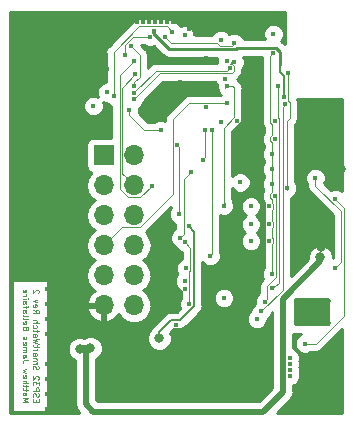
<source format=gbr>
G04 #@! TF.GenerationSoftware,KiCad,Pcbnew,(5.0.1)-3*
G04 #@! TF.CreationDate,2019-12-25T14:02:51-05:00*
G04 #@! TF.ProjectId,SmartWatch,536D61727457617463682E6B69636164,rev?*
G04 #@! TF.SameCoordinates,Original*
G04 #@! TF.FileFunction,Copper,L4,Bot,Signal*
G04 #@! TF.FilePolarity,Positive*
%FSLAX46Y46*%
G04 Gerber Fmt 4.6, Leading zero omitted, Abs format (unit mm)*
G04 Created by KiCad (PCBNEW (5.0.1)-3) date 12/25/2019 2:02:51 PM*
%MOMM*%
%LPD*%
G01*
G04 APERTURE LIST*
G04 #@! TA.AperFunction,NonConductor*
%ADD10C,0.125000*%
G04 #@! TD*
G04 #@! TA.AperFunction,ComponentPad*
%ADD11R,1.700000X1.700000*%
G04 #@! TD*
G04 #@! TA.AperFunction,ComponentPad*
%ADD12O,1.700000X1.700000*%
G04 #@! TD*
G04 #@! TA.AperFunction,ViaPad*
%ADD13C,0.500000*%
G04 #@! TD*
G04 #@! TA.AperFunction,Conductor*
%ADD14C,0.100000*%
G04 #@! TD*
G04 #@! TA.AperFunction,Conductor*
%ADD15C,2.410000*%
G04 #@! TD*
G04 #@! TA.AperFunction,ViaPad*
%ADD16C,0.450000*%
G04 #@! TD*
G04 #@! TA.AperFunction,ViaPad*
%ADD17C,0.800000*%
G04 #@! TD*
G04 #@! TA.AperFunction,Conductor*
%ADD18C,0.250000*%
G04 #@! TD*
G04 #@! TA.AperFunction,Conductor*
%ADD19C,0.200000*%
G04 #@! TD*
G04 #@! TA.AperFunction,Conductor*
%ADD20C,0.120000*%
G04 #@! TD*
G04 #@! TA.AperFunction,Conductor*
%ADD21C,0.150000*%
G04 #@! TD*
G04 #@! TA.AperFunction,Conductor*
%ADD22C,0.500000*%
G04 #@! TD*
G04 #@! TA.AperFunction,Conductor*
%ADD23C,0.254000*%
G04 #@! TD*
G04 APERTURE END LIST*
D10*
X131156214Y-120042190D02*
X131156214Y-119875523D01*
X130894309Y-119804095D02*
X130894309Y-120042190D01*
X131394309Y-120042190D01*
X131394309Y-119804095D01*
X130918119Y-119613619D02*
X130894309Y-119542190D01*
X130894309Y-119423142D01*
X130918119Y-119375523D01*
X130941928Y-119351714D01*
X130989547Y-119327904D01*
X131037166Y-119327904D01*
X131084785Y-119351714D01*
X131108595Y-119375523D01*
X131132404Y-119423142D01*
X131156214Y-119518380D01*
X131180023Y-119566000D01*
X131203833Y-119589809D01*
X131251452Y-119613619D01*
X131299071Y-119613619D01*
X131346690Y-119589809D01*
X131370500Y-119566000D01*
X131394309Y-119518380D01*
X131394309Y-119399333D01*
X131370500Y-119327904D01*
X130894309Y-119113619D02*
X131394309Y-119113619D01*
X131394309Y-118923142D01*
X131370500Y-118875523D01*
X131346690Y-118851714D01*
X131299071Y-118827904D01*
X131227642Y-118827904D01*
X131180023Y-118851714D01*
X131156214Y-118875523D01*
X131132404Y-118923142D01*
X131132404Y-119113619D01*
X131394309Y-118661238D02*
X131394309Y-118351714D01*
X131203833Y-118518380D01*
X131203833Y-118446952D01*
X131180023Y-118399333D01*
X131156214Y-118375523D01*
X131108595Y-118351714D01*
X130989547Y-118351714D01*
X130941928Y-118375523D01*
X130918119Y-118399333D01*
X130894309Y-118446952D01*
X130894309Y-118589809D01*
X130918119Y-118637428D01*
X130941928Y-118661238D01*
X131346690Y-118161238D02*
X131370500Y-118137428D01*
X131394309Y-118089809D01*
X131394309Y-117970761D01*
X131370500Y-117923142D01*
X131346690Y-117899333D01*
X131299071Y-117875523D01*
X131251452Y-117875523D01*
X131180023Y-117899333D01*
X130894309Y-118185047D01*
X130894309Y-117875523D01*
X130918119Y-117304095D02*
X130894309Y-117232666D01*
X130894309Y-117113619D01*
X130918119Y-117066000D01*
X130941928Y-117042190D01*
X130989547Y-117018380D01*
X131037166Y-117018380D01*
X131084785Y-117042190D01*
X131108595Y-117066000D01*
X131132404Y-117113619D01*
X131156214Y-117208857D01*
X131180023Y-117256476D01*
X131203833Y-117280285D01*
X131251452Y-117304095D01*
X131299071Y-117304095D01*
X131346690Y-117280285D01*
X131370500Y-117256476D01*
X131394309Y-117208857D01*
X131394309Y-117089809D01*
X131370500Y-117018380D01*
X130894309Y-116804095D02*
X131227642Y-116804095D01*
X131180023Y-116804095D02*
X131203833Y-116780285D01*
X131227642Y-116732666D01*
X131227642Y-116661238D01*
X131203833Y-116613619D01*
X131156214Y-116589809D01*
X130894309Y-116589809D01*
X131156214Y-116589809D02*
X131203833Y-116566000D01*
X131227642Y-116518380D01*
X131227642Y-116446952D01*
X131203833Y-116399333D01*
X131156214Y-116375523D01*
X130894309Y-116375523D01*
X130894309Y-115923142D02*
X131156214Y-115923142D01*
X131203833Y-115946952D01*
X131227642Y-115994571D01*
X131227642Y-116089809D01*
X131203833Y-116137428D01*
X130918119Y-115923142D02*
X130894309Y-115970761D01*
X130894309Y-116089809D01*
X130918119Y-116137428D01*
X130965738Y-116161238D01*
X131013357Y-116161238D01*
X131060976Y-116137428D01*
X131084785Y-116089809D01*
X131084785Y-115970761D01*
X131108595Y-115923142D01*
X130894309Y-115685047D02*
X131227642Y-115685047D01*
X131132404Y-115685047D02*
X131180023Y-115661238D01*
X131203833Y-115637428D01*
X131227642Y-115589809D01*
X131227642Y-115542190D01*
X131227642Y-115446952D02*
X131227642Y-115256476D01*
X131394309Y-115375523D02*
X130965738Y-115375523D01*
X130918119Y-115351714D01*
X130894309Y-115304095D01*
X130894309Y-115256476D01*
X131394309Y-115137428D02*
X130894309Y-115018380D01*
X131251452Y-114923142D01*
X130894309Y-114827904D01*
X131394309Y-114708857D01*
X130894309Y-114304095D02*
X131156214Y-114304095D01*
X131203833Y-114327904D01*
X131227642Y-114375523D01*
X131227642Y-114470761D01*
X131203833Y-114518380D01*
X130918119Y-114304095D02*
X130894309Y-114351714D01*
X130894309Y-114470761D01*
X130918119Y-114518380D01*
X130965738Y-114542190D01*
X131013357Y-114542190D01*
X131060976Y-114518380D01*
X131084785Y-114470761D01*
X131084785Y-114351714D01*
X131108595Y-114304095D01*
X131227642Y-114137428D02*
X131227642Y-113946952D01*
X131394309Y-114066000D02*
X130965738Y-114066000D01*
X130918119Y-114042190D01*
X130894309Y-113994571D01*
X130894309Y-113946952D01*
X130918119Y-113566000D02*
X130894309Y-113613619D01*
X130894309Y-113708857D01*
X130918119Y-113756476D01*
X130941928Y-113780285D01*
X130989547Y-113804095D01*
X131132404Y-113804095D01*
X131180023Y-113780285D01*
X131203833Y-113756476D01*
X131227642Y-113708857D01*
X131227642Y-113613619D01*
X131203833Y-113566000D01*
X130894309Y-113351714D02*
X131394309Y-113351714D01*
X130894309Y-113137428D02*
X131156214Y-113137428D01*
X131203833Y-113161238D01*
X131227642Y-113208857D01*
X131227642Y-113280285D01*
X131203833Y-113327904D01*
X131180023Y-113351714D01*
X130894309Y-112232666D02*
X131132404Y-112399333D01*
X130894309Y-112518380D02*
X131394309Y-112518380D01*
X131394309Y-112327904D01*
X131370500Y-112280285D01*
X131346690Y-112256476D01*
X131299071Y-112232666D01*
X131227642Y-112232666D01*
X131180023Y-112256476D01*
X131156214Y-112280285D01*
X131132404Y-112327904D01*
X131132404Y-112518380D01*
X130918119Y-111827904D02*
X130894309Y-111875523D01*
X130894309Y-111970761D01*
X130918119Y-112018380D01*
X130965738Y-112042190D01*
X131156214Y-112042190D01*
X131203833Y-112018380D01*
X131227642Y-111970761D01*
X131227642Y-111875523D01*
X131203833Y-111827904D01*
X131156214Y-111804095D01*
X131108595Y-111804095D01*
X131060976Y-112042190D01*
X131227642Y-111637428D02*
X130894309Y-111518380D01*
X131227642Y-111399333D01*
X131346690Y-110851714D02*
X131370500Y-110827904D01*
X131394309Y-110780285D01*
X131394309Y-110661238D01*
X131370500Y-110613619D01*
X131346690Y-110589809D01*
X131299071Y-110566000D01*
X131251452Y-110566000D01*
X131180023Y-110589809D01*
X130894309Y-110875523D01*
X130894309Y-110566000D01*
X130019309Y-120054095D02*
X130519309Y-120054095D01*
X130162166Y-119887428D01*
X130519309Y-119720761D01*
X130019309Y-119720761D01*
X130019309Y-119268380D02*
X130281214Y-119268380D01*
X130328833Y-119292190D01*
X130352642Y-119339809D01*
X130352642Y-119435047D01*
X130328833Y-119482666D01*
X130043119Y-119268380D02*
X130019309Y-119316000D01*
X130019309Y-119435047D01*
X130043119Y-119482666D01*
X130090738Y-119506476D01*
X130138357Y-119506476D01*
X130185976Y-119482666D01*
X130209785Y-119435047D01*
X130209785Y-119316000D01*
X130233595Y-119268380D01*
X130352642Y-119101714D02*
X130352642Y-118911238D01*
X130519309Y-119030285D02*
X130090738Y-119030285D01*
X130043119Y-119006476D01*
X130019309Y-118958857D01*
X130019309Y-118911238D01*
X130352642Y-118816000D02*
X130352642Y-118625523D01*
X130519309Y-118744571D02*
X130090738Y-118744571D01*
X130043119Y-118720761D01*
X130019309Y-118673142D01*
X130019309Y-118625523D01*
X130019309Y-118458857D02*
X130519309Y-118458857D01*
X130019309Y-118244571D02*
X130281214Y-118244571D01*
X130328833Y-118268380D01*
X130352642Y-118316000D01*
X130352642Y-118387428D01*
X130328833Y-118435047D01*
X130305023Y-118458857D01*
X130043119Y-117816000D02*
X130019309Y-117863619D01*
X130019309Y-117958857D01*
X130043119Y-118006476D01*
X130090738Y-118030285D01*
X130281214Y-118030285D01*
X130328833Y-118006476D01*
X130352642Y-117958857D01*
X130352642Y-117863619D01*
X130328833Y-117816000D01*
X130281214Y-117792190D01*
X130233595Y-117792190D01*
X130185976Y-118030285D01*
X130352642Y-117625523D02*
X130019309Y-117530285D01*
X130257404Y-117435047D01*
X130019309Y-117339809D01*
X130352642Y-117244571D01*
X130519309Y-116530285D02*
X130162166Y-116530285D01*
X130090738Y-116554095D01*
X130043119Y-116601714D01*
X130019309Y-116673142D01*
X130019309Y-116720761D01*
X130019309Y-116077904D02*
X130281214Y-116077904D01*
X130328833Y-116101714D01*
X130352642Y-116149333D01*
X130352642Y-116244571D01*
X130328833Y-116292190D01*
X130043119Y-116077904D02*
X130019309Y-116125523D01*
X130019309Y-116244571D01*
X130043119Y-116292190D01*
X130090738Y-116316000D01*
X130138357Y-116316000D01*
X130185976Y-116292190D01*
X130209785Y-116244571D01*
X130209785Y-116125523D01*
X130233595Y-116077904D01*
X130019309Y-115839809D02*
X130352642Y-115839809D01*
X130305023Y-115839809D02*
X130328833Y-115816000D01*
X130352642Y-115768380D01*
X130352642Y-115696952D01*
X130328833Y-115649333D01*
X130281214Y-115625523D01*
X130019309Y-115625523D01*
X130281214Y-115625523D02*
X130328833Y-115601714D01*
X130352642Y-115554095D01*
X130352642Y-115482666D01*
X130328833Y-115435047D01*
X130281214Y-115411238D01*
X130019309Y-115411238D01*
X130043119Y-114982666D02*
X130019309Y-115030285D01*
X130019309Y-115125523D01*
X130043119Y-115173142D01*
X130090738Y-115196952D01*
X130281214Y-115196952D01*
X130328833Y-115173142D01*
X130352642Y-115125523D01*
X130352642Y-115030285D01*
X130328833Y-114982666D01*
X130281214Y-114958857D01*
X130233595Y-114958857D01*
X130185976Y-115196952D01*
X130043119Y-114768380D02*
X130019309Y-114720761D01*
X130019309Y-114625523D01*
X130043119Y-114577904D01*
X130090738Y-114554095D01*
X130114547Y-114554095D01*
X130162166Y-114577904D01*
X130185976Y-114625523D01*
X130185976Y-114696952D01*
X130209785Y-114744571D01*
X130257404Y-114768380D01*
X130281214Y-114768380D01*
X130328833Y-114744571D01*
X130352642Y-114696952D01*
X130352642Y-114625523D01*
X130328833Y-114577904D01*
X130281214Y-113792190D02*
X130257404Y-113720761D01*
X130233595Y-113696952D01*
X130185976Y-113673142D01*
X130114547Y-113673142D01*
X130066928Y-113696952D01*
X130043119Y-113720761D01*
X130019309Y-113768380D01*
X130019309Y-113958857D01*
X130519309Y-113958857D01*
X130519309Y-113792190D01*
X130495500Y-113744571D01*
X130471690Y-113720761D01*
X130424071Y-113696952D01*
X130376452Y-113696952D01*
X130328833Y-113720761D01*
X130305023Y-113744571D01*
X130281214Y-113792190D01*
X130281214Y-113958857D01*
X130043119Y-113268380D02*
X130019309Y-113316000D01*
X130019309Y-113411238D01*
X130043119Y-113458857D01*
X130090738Y-113482666D01*
X130281214Y-113482666D01*
X130328833Y-113458857D01*
X130352642Y-113411238D01*
X130352642Y-113316000D01*
X130328833Y-113268380D01*
X130281214Y-113244571D01*
X130233595Y-113244571D01*
X130185976Y-113482666D01*
X130019309Y-112958857D02*
X130043119Y-113006476D01*
X130090738Y-113030285D01*
X130519309Y-113030285D01*
X130019309Y-112696952D02*
X130043119Y-112744571D01*
X130090738Y-112768380D01*
X130519309Y-112768380D01*
X130019309Y-112292190D02*
X130281214Y-112292190D01*
X130328833Y-112316000D01*
X130352642Y-112363619D01*
X130352642Y-112458857D01*
X130328833Y-112506476D01*
X130043119Y-112292190D02*
X130019309Y-112339809D01*
X130019309Y-112458857D01*
X130043119Y-112506476D01*
X130090738Y-112530285D01*
X130138357Y-112530285D01*
X130185976Y-112506476D01*
X130209785Y-112458857D01*
X130209785Y-112339809D01*
X130233595Y-112292190D01*
X130352642Y-112125523D02*
X130352642Y-111935047D01*
X130019309Y-112054095D02*
X130447880Y-112054095D01*
X130495500Y-112030285D01*
X130519309Y-111982666D01*
X130519309Y-111935047D01*
X130019309Y-111554095D02*
X130281214Y-111554095D01*
X130328833Y-111577904D01*
X130352642Y-111625523D01*
X130352642Y-111720761D01*
X130328833Y-111768380D01*
X130043119Y-111554095D02*
X130019309Y-111601714D01*
X130019309Y-111720761D01*
X130043119Y-111768380D01*
X130090738Y-111792190D01*
X130138357Y-111792190D01*
X130185976Y-111768380D01*
X130209785Y-111720761D01*
X130209785Y-111601714D01*
X130233595Y-111554095D01*
X130019309Y-111316000D02*
X130352642Y-111316000D01*
X130519309Y-111316000D02*
X130495500Y-111339809D01*
X130471690Y-111316000D01*
X130495500Y-111292190D01*
X130519309Y-111316000D01*
X130471690Y-111316000D01*
X130019309Y-111077904D02*
X130352642Y-111077904D01*
X130257404Y-111077904D02*
X130305023Y-111054095D01*
X130328833Y-111030285D01*
X130352642Y-110982666D01*
X130352642Y-110935047D01*
X130043119Y-110577904D02*
X130019309Y-110625523D01*
X130019309Y-110720761D01*
X130043119Y-110768380D01*
X130090738Y-110792190D01*
X130281214Y-110792190D01*
X130328833Y-110768380D01*
X130352642Y-110720761D01*
X130352642Y-110625523D01*
X130328833Y-110577904D01*
X130281214Y-110554095D01*
X130233595Y-110554095D01*
X130185976Y-110792190D01*
D11*
G04 #@! TO.P,U2,1*
G04 #@! TO.N,Net-(R4-Pad1)*
X136908540Y-99181920D03*
D12*
G04 #@! TO.P,U2,2*
G04 #@! TO.N,Net-(U2-Pad2)*
X139448540Y-99181920D03*
G04 #@! TO.P,U2,3*
G04 #@! TO.N,/LCD_CS*
X136908540Y-101721920D03*
G04 #@! TO.P,U2,4*
G04 #@! TO.N,/TOUCH_CS*
X139448540Y-101721920D03*
G04 #@! TO.P,U2,5*
G04 #@! TO.N,/LCD_LED*
X136908540Y-104261920D03*
G04 #@! TO.P,U2,6*
G04 #@! TO.N,/MISO*
X139448540Y-104261920D03*
G04 #@! TO.P,U2,7*
G04 #@! TO.N,/LCD_RST*
X136908540Y-106801920D03*
G04 #@! TO.P,U2,8*
G04 #@! TO.N,/LCD_A0*
X139448540Y-106801920D03*
G04 #@! TO.P,U2,9*
G04 #@! TO.N,/LCD_SCK*
X136908540Y-109341920D03*
G04 #@! TO.P,U2,10*
G04 #@! TO.N,/MOSI*
X139448540Y-109341920D03*
G04 #@! TO.P,U2,11*
G04 #@! TO.N,GND*
X136908540Y-111881920D03*
G04 #@! TO.P,U2,12*
G04 #@! TO.N,+3V3*
X139448540Y-111881920D03*
G04 #@! TD*
D13*
G04 #@! TO.N,GND*
G04 #@! TO.C,U1*
X153243760Y-113416040D03*
X153243760Y-111506040D03*
X154543760Y-113416040D03*
X154543760Y-111506040D03*
X155843760Y-113416040D03*
X155843760Y-111506040D03*
D14*
G36*
X155868266Y-111257244D02*
X155892534Y-111260844D01*
X155916333Y-111266805D01*
X155939432Y-111275070D01*
X155961610Y-111285559D01*
X155982653Y-111298172D01*
X156002359Y-111312787D01*
X156020537Y-111329263D01*
X156037013Y-111347441D01*
X156051628Y-111367147D01*
X156064241Y-111388190D01*
X156074730Y-111410368D01*
X156082995Y-111433467D01*
X156088956Y-111457266D01*
X156092556Y-111481534D01*
X156093760Y-111506038D01*
X156093760Y-113416042D01*
X156092556Y-113440546D01*
X156088956Y-113464814D01*
X156082995Y-113488613D01*
X156074730Y-113511712D01*
X156064241Y-113533890D01*
X156051628Y-113554933D01*
X156037013Y-113574639D01*
X156020537Y-113592817D01*
X156002359Y-113609293D01*
X155982653Y-113623908D01*
X155961610Y-113636521D01*
X155939432Y-113647010D01*
X155916333Y-113655275D01*
X155892534Y-113661236D01*
X155868266Y-113664836D01*
X155843762Y-113666040D01*
X153243758Y-113666040D01*
X153219254Y-113664836D01*
X153194986Y-113661236D01*
X153171187Y-113655275D01*
X153148088Y-113647010D01*
X153125910Y-113636521D01*
X153104867Y-113623908D01*
X153085161Y-113609293D01*
X153066983Y-113592817D01*
X153050507Y-113574639D01*
X153035892Y-113554933D01*
X153023279Y-113533890D01*
X153012790Y-113511712D01*
X153004525Y-113488613D01*
X152998564Y-113464814D01*
X152994964Y-113440546D01*
X152993760Y-113416042D01*
X152993760Y-111506038D01*
X152994964Y-111481534D01*
X152998564Y-111457266D01*
X153004525Y-111433467D01*
X153012790Y-111410368D01*
X153023279Y-111388190D01*
X153035892Y-111367147D01*
X153050507Y-111347441D01*
X153066983Y-111329263D01*
X153085161Y-111312787D01*
X153104867Y-111298172D01*
X153125910Y-111285559D01*
X153148088Y-111275070D01*
X153171187Y-111266805D01*
X153194986Y-111260844D01*
X153219254Y-111257244D01*
X153243758Y-111256040D01*
X155843762Y-111256040D01*
X155868266Y-111257244D01*
X155868266Y-111257244D01*
G37*
D15*
X154543760Y-112461040D03*
G04 #@! TD*
D16*
G04 #@! TO.N,*
X149860000Y-113030000D03*
G04 #@! TO.N,GND*
X143383000Y-92964000D03*
X141224000Y-95123000D03*
X145542000Y-95123000D03*
X145542000Y-90932000D03*
X141224000Y-90932000D03*
X155194000Y-104140000D03*
X147066000Y-109982000D03*
X143764000Y-110490000D03*
X143002000Y-113538000D03*
X147574000Y-116149625D03*
X148082000Y-116149625D03*
X148764220Y-116078000D03*
X136677400Y-87909400D03*
X137160000Y-87884000D03*
X137668000Y-87884000D03*
X138176000Y-87884000D03*
X138684000Y-87884000D03*
X139192000Y-87884000D03*
X139192000Y-87884000D03*
X139192000Y-87884000D03*
X139700000Y-87884000D03*
X140208000Y-87884000D03*
X140716000Y-87884000D03*
X141224000Y-87884000D03*
X136677400Y-87122000D03*
X137160000Y-87122000D03*
X137668000Y-87122000D03*
X138176000Y-87122000D03*
X138684000Y-87122000D03*
X139192000Y-87122000D03*
X139700000Y-87122000D03*
X140208000Y-87122000D03*
X140716000Y-87122000D03*
X141224000Y-87122000D03*
X141732000Y-87122000D03*
X142240000Y-87122000D03*
X142748000Y-87122000D03*
X143256000Y-87122000D03*
X143764000Y-87122000D03*
X144272000Y-87376000D03*
X144780000Y-87884000D03*
X145288000Y-88265000D03*
X145796000Y-88773000D03*
X141732000Y-87884000D03*
X142240000Y-87884000D03*
X142748000Y-87884000D03*
X143256000Y-87884000D03*
X143764000Y-88011000D03*
X144145000Y-88519000D03*
X144653000Y-88900000D03*
X136652000Y-89154000D03*
X137182860Y-91892120D03*
X148209000Y-96266000D03*
X148209000Y-97790000D03*
X134874000Y-99568000D03*
X134620000Y-103124000D03*
X151257000Y-87503000D03*
X150876000Y-105029000D03*
X150876000Y-103505000D03*
X150876000Y-106426000D03*
X156591000Y-120396000D03*
X156591000Y-119888000D03*
X156591000Y-119380000D03*
X156591000Y-118745000D03*
X156591000Y-118106520D03*
D17*
X155321654Y-106925994D03*
X156972000Y-100330000D03*
X138049000Y-118872000D03*
D16*
X133985000Y-89027000D03*
X130556000Y-90424000D03*
X149860000Y-99060000D03*
X149860000Y-100330000D03*
X149860000Y-101600000D03*
X129540000Y-90170000D03*
X129540000Y-91440000D03*
X129540000Y-92710000D03*
X129540000Y-93980000D03*
X129540000Y-95250000D03*
X129540000Y-96520000D03*
X130810000Y-92710000D03*
X132080000Y-92710000D03*
X133350000Y-92710000D03*
X134620000Y-92710000D03*
X130810000Y-93980000D03*
X132080000Y-93980000D03*
X133350000Y-93980000D03*
X134620000Y-93980000D03*
X130810000Y-95250000D03*
X132080000Y-95250000D03*
X133350000Y-95250000D03*
X134620000Y-95250000D03*
X134620000Y-96520000D03*
X133350000Y-96520000D03*
X132080000Y-96520000D03*
X130810000Y-96520000D03*
X132080000Y-97790000D03*
X133350000Y-97790000D03*
X134620000Y-97790000D03*
X133350000Y-105410000D03*
X134620000Y-105410000D03*
X134620000Y-106680000D03*
X134620000Y-107950000D03*
X133350000Y-107950000D03*
X133350000Y-106680000D03*
X140970000Y-111760000D03*
X140970000Y-110490000D03*
X140970000Y-109220000D03*
X140970000Y-113030000D03*
X147320000Y-114300000D03*
X148590000Y-114300000D03*
X149860000Y-114300000D03*
X149860000Y-115570000D03*
X139700000Y-119380000D03*
X153581100Y-97231200D03*
X153581100Y-95656400D03*
X129540000Y-105410000D03*
X130810000Y-105410000D03*
X132080000Y-105410000D03*
X132080000Y-106680000D03*
X130810000Y-106680000D03*
X129540000Y-106680000D03*
X129540000Y-107950000D03*
X130810000Y-107950000D03*
X132080000Y-107950000D03*
X132080000Y-109220000D03*
X129540000Y-109220000D03*
X133350000Y-109220000D03*
X134620000Y-109220000D03*
X132080000Y-110490000D03*
X132080000Y-111760000D03*
X132080000Y-113030000D03*
X132080000Y-114300000D03*
X133350000Y-115570000D03*
X133350000Y-118110000D03*
X132080000Y-118110000D03*
X132080000Y-116840000D03*
X132080000Y-120650000D03*
X132080000Y-119380000D03*
X133350000Y-114300000D03*
X148590000Y-113030000D03*
X148590000Y-99060000D03*
X148590000Y-100330000D03*
G04 #@! TO.N,+3V3*
X152654000Y-117856000D03*
X152638760Y-117348000D03*
X152638760Y-116840000D03*
X152638760Y-116332000D03*
X147066000Y-111252000D03*
X143764000Y-89027000D03*
X146812000Y-89408000D03*
X147320000Y-91186000D03*
X147193000Y-92710000D03*
X146812000Y-96393000D03*
X137160000Y-93853000D03*
X136017000Y-94996000D03*
X151384000Y-97790000D03*
X151384000Y-96266000D03*
X151257000Y-88900000D03*
X149352000Y-106426000D03*
X149352000Y-105029000D03*
X149352000Y-103505000D03*
X143845881Y-108757119D03*
X143764000Y-109855000D03*
X148463000Y-101473000D03*
X139446000Y-93345000D03*
X139192000Y-89916000D03*
G04 #@! TO.N,Net-(C9-Pad1)*
X147955000Y-89662000D03*
X142113000Y-89154000D03*
G04 #@! TO.N,/ESP32 Pico D4/IO32*
X141122400Y-88646000D03*
X152146000Y-94234000D03*
G04 #@! TO.N,Y_SIG*
X140774962Y-89143690D03*
X138671300Y-90686001D03*
G04 #@! TO.N,Z_SIG*
X137744200Y-94119700D03*
X142697200Y-88696800D03*
G04 #@! TO.N,/TOUCH_CS*
X139573000Y-92329000D03*
G04 #@! TO.N,/LCD_PEN*
X141732000Y-97028000D03*
X139063232Y-95375232D03*
G04 #@! TO.N,/ESP32 Pico D4/IO15*
X147955000Y-91313000D03*
X139446000Y-94445006D03*
G04 #@! TO.N,/ESP32 Pico D4/IO0*
X143267166Y-104151166D03*
X143129000Y-98298000D03*
G04 #@! TO.N,/LCD_SCK*
X145499997Y-97028000D03*
X145288000Y-99568000D03*
X144272000Y-100584000D03*
X143375090Y-106164090D03*
G04 #@! TO.N,/LCD_LED_CTRL*
X139446000Y-91186000D03*
X140986606Y-101740474D03*
G04 #@! TO.N,/LCD_RST*
X147320000Y-94742000D03*
G04 #@! TO.N,/LCD_A0*
X147320000Y-93341540D03*
X147066000Y-103450300D03*
G04 #@! TO.N,/ESP32 Pico D4/DTR*
X144145000Y-111760000D03*
X143764000Y-106553000D03*
G04 #@! TO.N,/ESP32 Pico D4/TXD*
X152273000Y-94869000D03*
X150241000Y-112395000D03*
G04 #@! TO.N,/ESP32 Pico D4/RXD*
X151638000Y-93345000D03*
X151110904Y-110433479D03*
G04 #@! TO.N,/ESP32 Pico D4/RTS*
X150547334Y-111558334D03*
X151384001Y-102616000D03*
X152527000Y-92202000D03*
X152423001Y-101981000D03*
D17*
G04 #@! TO.N,/ESP32 Pico D4/EN*
X141605000Y-114681000D03*
D16*
X144111007Y-105198924D03*
G04 #@! TO.N,/ESP32 Pico D4/CTS*
X151130000Y-109220000D03*
X151130000Y-101600000D03*
X151130000Y-99060000D03*
X151130000Y-100330000D03*
X151257000Y-90551000D03*
D17*
G04 #@! TO.N,VUSB*
X134874000Y-115570000D03*
X135763000Y-115519200D03*
X155248282Y-107823000D03*
D16*
G04 #@! TO.N,UV_LO*
X156464000Y-102870000D03*
X153908760Y-115111040D03*
G04 #@! TO.N,Net-(C1-Pad1)*
X156464000Y-108712000D03*
X154813000Y-101092000D03*
G04 #@! TO.N,/ESP32 Pico D4/IO13*
X147574000Y-91821000D03*
X139446000Y-93895003D03*
G04 #@! TO.N,/MOSI*
X146050000Y-97028000D03*
X145923000Y-107696000D03*
G04 #@! TD*
D14*
G04 #@! TO.N,+3V3*
X139192000Y-89916000D02*
X139192000Y-89916000D01*
X139948001Y-90672001D02*
X139192000Y-89916000D01*
X139446000Y-93011002D02*
X139948001Y-92509001D01*
X139446000Y-93345000D02*
X139446000Y-93011002D01*
X139948001Y-92509001D02*
X139948001Y-90672001D01*
G04 #@! TO.N,Net-(C9-Pad1)*
X147730001Y-89886999D02*
X146735997Y-89886999D01*
X147955000Y-89662000D02*
X147730001Y-89886999D01*
X146735997Y-89886999D02*
X146510998Y-89662000D01*
X146510998Y-89662000D02*
X142621000Y-89662000D01*
X142621000Y-89662000D02*
X142113000Y-89154000D01*
D18*
G04 #@! TO.N,/ESP32 Pico D4/IO32*
X142455007Y-90162009D02*
X141097000Y-88804002D01*
X148120993Y-90162009D02*
X142455007Y-90162009D01*
X148182003Y-90100999D02*
X148120993Y-90162009D01*
X151473001Y-90100999D02*
X148182003Y-90100999D01*
X151841200Y-91503500D02*
X151841200Y-90469198D01*
X151841200Y-90469198D02*
X151473001Y-90100999D01*
X141097000Y-88804002D02*
X141097000Y-88671400D01*
X141097000Y-88671400D02*
X141122400Y-88646000D01*
D19*
X151841200Y-91821698D02*
X151841200Y-91503500D01*
X151841200Y-92145202D02*
X151841200Y-91821698D01*
X152146000Y-92450002D02*
X151841200Y-92145202D01*
X152146000Y-94234000D02*
X152146000Y-92450002D01*
D20*
G04 #@! TO.N,Y_SIG*
X140774962Y-89143690D02*
X139342010Y-89143690D01*
X139342010Y-89143690D02*
X138671300Y-89814400D01*
X138671300Y-89814400D02*
X138671300Y-90686001D01*
D14*
G04 #@! TO.N,Z_SIG*
X139917703Y-88270999D02*
X142271399Y-88270999D01*
X137744200Y-94119700D02*
X137744200Y-90444502D01*
X137744200Y-90444502D02*
X139917703Y-88270999D01*
X142271399Y-88270999D02*
X142697200Y-88696800D01*
G04 #@! TO.N,/TOUCH_CS*
X139573000Y-92329000D02*
X138448539Y-93453461D01*
X138448539Y-93453461D02*
X138448539Y-100721919D01*
X138448539Y-100721919D02*
X138598541Y-100871921D01*
X138598541Y-100871921D02*
X139448540Y-101721920D01*
G04 #@! TO.N,/LCD_PEN*
X141732000Y-97028000D02*
X140335000Y-97028000D01*
X140335000Y-97028000D02*
X139063232Y-95756232D01*
X139063232Y-95756232D02*
X139063232Y-95375232D01*
G04 #@! TO.N,/ESP32 Pico D4/IO15*
X141644997Y-92246009D02*
X139446000Y-94445006D01*
X147431847Y-92246009D02*
X141644997Y-92246009D01*
X147481855Y-92196001D02*
X147431847Y-92246009D01*
X147754001Y-92196001D02*
X147481855Y-92196001D01*
X147949001Y-92001001D02*
X147754001Y-92196001D01*
X147695001Y-91313000D02*
X147695001Y-91366001D01*
X147695001Y-91366001D02*
X147615003Y-91445999D01*
X147615003Y-91445999D02*
X147754001Y-91445999D01*
X147754001Y-91445999D02*
X147949001Y-91640999D01*
X147955000Y-91313000D02*
X147695001Y-91313000D01*
X147949001Y-91640999D02*
X147949001Y-92001001D01*
G04 #@! TO.N,/ESP32 Pico D4/IO0*
X143267166Y-98436166D02*
X143129000Y-98298000D01*
X143267166Y-104151166D02*
X143267166Y-98436166D01*
G04 #@! TO.N,/LCD_SCK*
X145499997Y-99356003D02*
X145288000Y-99568000D01*
X145499997Y-97028000D02*
X145499997Y-99356003D01*
D20*
X143666001Y-105873179D02*
X143621180Y-105918000D01*
D14*
X143621180Y-105918000D02*
X143375090Y-106164090D01*
D20*
X143666001Y-101189999D02*
X144272000Y-100584000D01*
X143666001Y-101346000D02*
X143666001Y-101189999D01*
X143666001Y-101346000D02*
X143666001Y-105873179D01*
G04 #@! TO.N,/LCD_LED_CTRL*
X139995159Y-102731921D02*
X140986606Y-101740474D01*
X138963739Y-102731921D02*
X139995159Y-102731921D01*
X138238529Y-102006711D02*
X138963739Y-102731921D01*
X139446000Y-91186000D02*
X138238529Y-92393471D01*
X138238529Y-92393471D02*
X138238529Y-102006711D01*
D14*
G04 #@! TO.N,/LCD_RST*
X142753999Y-102436463D02*
X142753999Y-96387001D01*
X139928541Y-105261921D02*
X142753999Y-102436463D01*
X136908540Y-106801920D02*
X138448539Y-105261921D01*
X138448539Y-105261921D02*
X139928541Y-105261921D01*
X142753999Y-96387001D02*
X142753999Y-96133001D01*
X142753999Y-96133001D02*
X144145000Y-94742000D01*
X144145000Y-94742000D02*
X147320000Y-94742000D01*
G04 #@! TO.N,/LCD_A0*
X147320000Y-93341540D02*
X147187001Y-93474539D01*
X147187001Y-103256999D02*
X147066000Y-103378000D01*
X147066000Y-103378000D02*
X147066000Y-103450300D01*
X147320000Y-93341540D02*
X147824540Y-93341540D01*
X147824540Y-93341540D02*
X147955000Y-93472000D01*
X147066000Y-103132102D02*
X147066000Y-103450300D01*
X147066000Y-96853998D02*
X147066000Y-103132102D01*
X147955000Y-95964998D02*
X147066000Y-96853998D01*
X147955000Y-93472000D02*
X147955000Y-95964998D01*
G04 #@! TO.N,/ESP32 Pico D4/DTR*
X144220882Y-107009882D02*
X143764000Y-106553000D01*
X144145000Y-109013002D02*
X144220882Y-108937120D01*
X144145000Y-111760000D02*
X144145000Y-109013002D01*
X144220882Y-108937120D02*
X144220882Y-107009882D01*
G04 #@! TO.N,/ESP32 Pico D4/TXD*
X152048001Y-95093999D02*
X152048001Y-110587999D01*
X152273000Y-94869000D02*
X152048001Y-95093999D01*
X152048001Y-110587999D02*
X150241000Y-112395000D01*
G04 #@! TO.N,/ESP32 Pico D4/RXD*
X151759001Y-109987999D02*
X151110904Y-110433479D01*
X151638000Y-95964998D02*
X151759001Y-96085999D01*
X151638000Y-93345000D02*
X151638000Y-95964998D01*
X151759001Y-96085999D02*
X151759001Y-97541999D01*
X151759001Y-97541999D02*
X151725001Y-97575999D01*
X151725001Y-97575999D02*
X151759001Y-97609999D01*
X151759001Y-97609999D02*
X151759001Y-109987999D01*
X151200479Y-110433479D02*
X151110904Y-110433479D01*
X151257000Y-110490000D02*
X151200479Y-110433479D01*
G04 #@! TO.N,/ESP32 Pico D4/RTS*
X151515381Y-102747380D02*
X151384001Y-102616000D01*
X151515381Y-109474000D02*
X151515381Y-102747380D01*
X150735903Y-111369765D02*
X150735903Y-110253478D01*
X150547334Y-111558334D02*
X150735903Y-111369765D01*
X150735903Y-110253478D02*
X151515381Y-109474000D01*
X152400000Y-100330000D02*
X152400000Y-102108000D01*
X152400000Y-99060000D02*
X152400000Y-100330000D01*
X152400000Y-97790000D02*
X152400000Y-99060000D01*
X152400000Y-96520000D02*
X152400000Y-97790000D01*
X152648001Y-96017999D02*
X152400000Y-96266000D01*
X152400000Y-96266000D02*
X152400000Y-96520000D01*
X152527000Y-94567998D02*
X152648001Y-94688999D01*
X152527000Y-92202000D02*
X152527000Y-94567998D01*
X152648001Y-94688999D02*
X152648001Y-96017999D01*
D21*
G04 #@! TO.N,/ESP32 Pico D4/EN*
X144545001Y-105632918D02*
X144111007Y-105198924D01*
X144545001Y-111952001D02*
X144545001Y-105632918D01*
X141605000Y-114115315D02*
X142582316Y-113137999D01*
X143359003Y-113137999D02*
X144545001Y-111952001D01*
X142582316Y-113137999D02*
X143359003Y-113137999D01*
X141605000Y-114681000D02*
X141605000Y-114115315D01*
X144111007Y-105198924D02*
X144111007Y-105198924D01*
D14*
G04 #@! TO.N,/ESP32 Pico D4/CTS*
X151130000Y-101600000D02*
X151130000Y-100330000D01*
X151130000Y-99060000D02*
X151130000Y-98091002D01*
X151130000Y-100330000D02*
X151130000Y-99060000D01*
X151009000Y-102435999D02*
X151130000Y-102314999D01*
X151130000Y-103203998D02*
X151130000Y-102917001D01*
X151009000Y-102796001D02*
X151009000Y-102435999D01*
X151251001Y-103685001D02*
X151251001Y-103324999D01*
X151130000Y-103806002D02*
X151251001Y-103685001D01*
X151130000Y-106727002D02*
X151251001Y-106606001D01*
X151130000Y-104727998D02*
X151130000Y-103806002D01*
X151251001Y-104848999D02*
X151130000Y-104727998D01*
X151251001Y-105209001D02*
X151251001Y-104848999D01*
X151130000Y-109220000D02*
X151130000Y-106727002D01*
X151251001Y-106606001D02*
X151251001Y-106245999D01*
X151251001Y-103324999D02*
X151130000Y-103203998D01*
X151251001Y-106245999D02*
X151130000Y-106124998D01*
X151130000Y-106124998D02*
X151130000Y-105330002D01*
X151130000Y-102917001D02*
X151009000Y-102796001D01*
X151130000Y-105330002D02*
X151251001Y-105209001D01*
X151130000Y-102314999D02*
X151130000Y-101600000D01*
X151008999Y-96446001D02*
X151008999Y-90799001D01*
X151130000Y-98091002D02*
X151008999Y-97970001D01*
X151008999Y-97970001D02*
X151008999Y-97609999D01*
X151008999Y-97609999D02*
X151130000Y-97488998D01*
X151130000Y-97488998D02*
X151130000Y-96567002D01*
X151130000Y-96567002D02*
X151008999Y-96446001D01*
X151008999Y-90799001D02*
X151257000Y-90551000D01*
D22*
G04 #@! TO.N,VUSB*
X134924800Y-115519200D02*
X134874000Y-115570000D01*
X135763000Y-115519200D02*
X134924800Y-115519200D01*
X135363001Y-115919199D02*
X135363001Y-120250001D01*
X135763000Y-115519200D02*
X135363001Y-115919199D01*
X135363001Y-120250001D02*
X136017000Y-120904000D01*
X136017000Y-120904000D02*
X150368000Y-120904000D01*
X152063759Y-119208241D02*
X152063759Y-111334241D01*
X150368000Y-120904000D02*
X152063759Y-119208241D01*
X152063759Y-111334241D02*
X155248282Y-108149718D01*
X155248282Y-108149718D02*
X155248282Y-107823000D01*
D20*
G04 #@! TO.N,UV_LO*
X156464000Y-102870000D02*
X157226000Y-103632000D01*
X154870026Y-115111040D02*
X153908760Y-115111040D01*
X157226000Y-112755066D02*
X154870026Y-115111040D01*
X157226000Y-103632000D02*
X157226000Y-112755066D01*
D14*
G04 #@! TO.N,Net-(C1-Pad1)*
X156464000Y-108712000D02*
X156972000Y-108204000D01*
X156972000Y-103933002D02*
X154813000Y-101774002D01*
X156972000Y-108204000D02*
X156972000Y-103933002D01*
X154813000Y-101774002D02*
X154813000Y-101092000D01*
G04 #@! TO.N,/ESP32 Pico D4/IO13*
X147574000Y-91821000D02*
X147349001Y-92045999D01*
X147349001Y-92045999D02*
X141300003Y-92045999D01*
X139493002Y-93853000D02*
X139488003Y-93853000D01*
X139488003Y-93853000D02*
X139446000Y-93895003D01*
X141300003Y-92045999D02*
X139493002Y-93853000D01*
G04 #@! TO.N,/MOSI*
X146050000Y-107569000D02*
X145923000Y-107696000D01*
X146050000Y-97028000D02*
X146050000Y-107569000D01*
G04 #@! TD*
D23*
G04 #@! TO.N,GND*
G36*
X157049001Y-120981000D02*
X151542578Y-120981000D01*
X152627915Y-119895664D01*
X152701808Y-119846290D01*
X152897411Y-119553551D01*
X152948759Y-119295406D01*
X152948759Y-119295402D01*
X152966096Y-119208242D01*
X152948759Y-119121082D01*
X152948759Y-118664764D01*
X153141151Y-118585072D01*
X153383072Y-118343151D01*
X153514000Y-118027065D01*
X153514000Y-117684935D01*
X153472027Y-117583604D01*
X153498760Y-117519065D01*
X153498760Y-117176935D01*
X153464407Y-117094000D01*
X153498760Y-117011065D01*
X153498760Y-116668935D01*
X153464407Y-116586000D01*
X153498760Y-116503065D01*
X153498760Y-116160935D01*
X153367832Y-115844849D01*
X153125911Y-115602928D01*
X152948759Y-115529549D01*
X152948759Y-114301040D01*
X153113173Y-114301040D01*
X153156690Y-114314168D01*
X153287924Y-114301040D01*
X153616985Y-114301040D01*
X153421609Y-114381968D01*
X153179688Y-114623889D01*
X153048760Y-114939975D01*
X153048760Y-115282105D01*
X153179688Y-115598191D01*
X153421609Y-115840112D01*
X153737695Y-115971040D01*
X154079825Y-115971040D01*
X154395911Y-115840112D01*
X154429983Y-115806040D01*
X154801584Y-115806040D01*
X154870026Y-115819654D01*
X154938468Y-115806040D01*
X154938473Y-115806040D01*
X155141201Y-115765715D01*
X155371092Y-115612106D01*
X155409866Y-115554077D01*
X157049001Y-113914944D01*
X157049001Y-120981000D01*
X157049001Y-120981000D01*
G37*
X157049001Y-120981000D02*
X151542578Y-120981000D01*
X152627915Y-119895664D01*
X152701808Y-119846290D01*
X152897411Y-119553551D01*
X152948759Y-119295406D01*
X152948759Y-119295402D01*
X152966096Y-119208242D01*
X152948759Y-119121082D01*
X152948759Y-118664764D01*
X153141151Y-118585072D01*
X153383072Y-118343151D01*
X153514000Y-118027065D01*
X153514000Y-117684935D01*
X153472027Y-117583604D01*
X153498760Y-117519065D01*
X153498760Y-117176935D01*
X153464407Y-117094000D01*
X153498760Y-117011065D01*
X153498760Y-116668935D01*
X153464407Y-116586000D01*
X153498760Y-116503065D01*
X153498760Y-116160935D01*
X153367832Y-115844849D01*
X153125911Y-115602928D01*
X152948759Y-115529549D01*
X152948759Y-114301040D01*
X153113173Y-114301040D01*
X153156690Y-114314168D01*
X153287924Y-114301040D01*
X153616985Y-114301040D01*
X153421609Y-114381968D01*
X153179688Y-114623889D01*
X153048760Y-114939975D01*
X153048760Y-115282105D01*
X153179688Y-115598191D01*
X153421609Y-115840112D01*
X153737695Y-115971040D01*
X154079825Y-115971040D01*
X154395911Y-115840112D01*
X154429983Y-115806040D01*
X154801584Y-115806040D01*
X154870026Y-115819654D01*
X154938468Y-115806040D01*
X154938473Y-115806040D01*
X155141201Y-115765715D01*
X155371092Y-115612106D01*
X155409866Y-115554077D01*
X157049001Y-113914944D01*
X157049001Y-120981000D01*
G36*
X152223000Y-89776197D02*
X152063332Y-89616529D01*
X152020930Y-89553070D01*
X151900573Y-89472650D01*
X151986072Y-89387151D01*
X152117000Y-89071065D01*
X152117000Y-88728935D01*
X151986072Y-88412849D01*
X151744151Y-88170928D01*
X151428065Y-88040000D01*
X151085935Y-88040000D01*
X150769849Y-88170928D01*
X150527928Y-88412849D01*
X150397000Y-88728935D01*
X150397000Y-89071065D01*
X150508811Y-89340999D01*
X148752894Y-89340999D01*
X148684072Y-89174849D01*
X148442151Y-88932928D01*
X148126065Y-88802000D01*
X147783935Y-88802000D01*
X147528167Y-88907944D01*
X147299151Y-88678928D01*
X146983065Y-88548000D01*
X146640935Y-88548000D01*
X146324849Y-88678928D01*
X146082928Y-88920849D01*
X146059669Y-88977000D01*
X144624000Y-88977000D01*
X144624000Y-88855935D01*
X144493072Y-88539849D01*
X144251151Y-88297928D01*
X143935065Y-88167000D01*
X143592935Y-88167000D01*
X143435601Y-88232170D01*
X143426272Y-88209649D01*
X143184351Y-87967728D01*
X142868265Y-87836800D01*
X142805935Y-87836800D01*
X142803473Y-87834338D01*
X142765256Y-87777142D01*
X142538672Y-87625744D01*
X142338861Y-87585999D01*
X142338859Y-87585999D01*
X142271399Y-87572580D01*
X142203939Y-87585999D01*
X139985159Y-87585999D01*
X139917702Y-87572581D01*
X139850245Y-87585999D01*
X139850241Y-87585999D01*
X139650430Y-87625744D01*
X139423846Y-87777142D01*
X139385631Y-87834335D01*
X137307537Y-89912430D01*
X137250344Y-89950645D01*
X137125778Y-90137072D01*
X137098946Y-90177229D01*
X137045781Y-90444502D01*
X137059201Y-90511967D01*
X137059200Y-92993000D01*
X136988935Y-92993000D01*
X136672849Y-93123928D01*
X136430928Y-93365849D01*
X136300000Y-93681935D01*
X136300000Y-94024065D01*
X136379151Y-94215151D01*
X136188065Y-94136000D01*
X135845935Y-94136000D01*
X135529849Y-94266928D01*
X135287928Y-94508849D01*
X135157000Y-94824935D01*
X135157000Y-95167065D01*
X135287928Y-95483151D01*
X135529849Y-95725072D01*
X135845935Y-95856000D01*
X136188065Y-95856000D01*
X136504151Y-95725072D01*
X136746072Y-95483151D01*
X136877000Y-95167065D01*
X136877000Y-94824935D01*
X136797849Y-94633849D01*
X136988935Y-94713000D01*
X137121277Y-94713000D01*
X137257049Y-94848772D01*
X137543529Y-94967437D01*
X137543530Y-97684480D01*
X136058540Y-97684480D01*
X135810775Y-97733763D01*
X135600731Y-97874111D01*
X135460383Y-98084155D01*
X135411100Y-98331920D01*
X135411100Y-100031920D01*
X135460383Y-100279685D01*
X135600731Y-100489729D01*
X135810775Y-100630077D01*
X135856159Y-100639104D01*
X135837915Y-100651295D01*
X135509701Y-101142502D01*
X135394448Y-101721920D01*
X135509701Y-102301338D01*
X135837915Y-102792545D01*
X136136301Y-102991920D01*
X135837915Y-103191295D01*
X135509701Y-103682502D01*
X135394448Y-104261920D01*
X135509701Y-104841338D01*
X135837915Y-105332545D01*
X136136301Y-105531920D01*
X135837915Y-105731295D01*
X135509701Y-106222502D01*
X135394448Y-106801920D01*
X135509701Y-107381338D01*
X135837915Y-107872545D01*
X136136301Y-108071920D01*
X135837915Y-108271295D01*
X135509701Y-108762502D01*
X135394448Y-109341920D01*
X135509701Y-109921338D01*
X135837915Y-110412545D01*
X136157018Y-110625763D01*
X136027182Y-110686737D01*
X135636895Y-111114996D01*
X135467064Y-111525030D01*
X135588385Y-111754920D01*
X136781540Y-111754920D01*
X136781540Y-111734920D01*
X137035540Y-111734920D01*
X137035540Y-111754920D01*
X137055540Y-111754920D01*
X137055540Y-112008920D01*
X137035540Y-112008920D01*
X137035540Y-113202739D01*
X137265432Y-113323406D01*
X137789898Y-113077103D01*
X138177187Y-112652134D01*
X138377915Y-112952545D01*
X138869122Y-113280759D01*
X139302284Y-113366920D01*
X139594796Y-113366920D01*
X140027958Y-113280759D01*
X140519165Y-112952545D01*
X140847379Y-112461338D01*
X140962632Y-111881920D01*
X140847379Y-111302502D01*
X140519165Y-110811295D01*
X140220779Y-110611920D01*
X140519165Y-110412545D01*
X140847379Y-109921338D01*
X140962632Y-109341920D01*
X140847379Y-108762502D01*
X140519165Y-108271295D01*
X140220779Y-108071920D01*
X140519165Y-107872545D01*
X140847379Y-107381338D01*
X140962632Y-106801920D01*
X140847379Y-106222502D01*
X140519165Y-105731295D01*
X140464457Y-105694740D01*
X142582166Y-103577032D01*
X142582166Y-103619943D01*
X142538094Y-103664015D01*
X142407166Y-103980101D01*
X142407166Y-104322231D01*
X142538094Y-104638317D01*
X142780015Y-104880238D01*
X142971002Y-104959348D01*
X142971002Y-105400612D01*
X142887939Y-105435018D01*
X142646018Y-105676939D01*
X142515090Y-105993025D01*
X142515090Y-106335155D01*
X142646018Y-106651241D01*
X142887939Y-106893162D01*
X142991876Y-106936214D01*
X143034928Y-107040151D01*
X143276849Y-107282072D01*
X143535883Y-107389368D01*
X143535883Y-107954668D01*
X143358730Y-108028047D01*
X143116809Y-108269968D01*
X142985881Y-108586054D01*
X142985881Y-108928184D01*
X143116809Y-109244270D01*
X143137658Y-109265119D01*
X143034928Y-109367849D01*
X142904000Y-109683935D01*
X142904000Y-110026065D01*
X143034928Y-110342151D01*
X143276849Y-110584072D01*
X143460000Y-110659936D01*
X143460000Y-111228777D01*
X143415928Y-111272849D01*
X143285000Y-111588935D01*
X143285000Y-111931065D01*
X143366087Y-112126825D01*
X143064913Y-112427999D01*
X142652242Y-112427999D01*
X142582316Y-112414090D01*
X142305288Y-112469194D01*
X142160311Y-112566065D01*
X142070435Y-112626118D01*
X142030826Y-112685398D01*
X141152402Y-113563823D01*
X141093120Y-113603434D01*
X140936195Y-113838287D01*
X140924324Y-113897965D01*
X140727569Y-114094720D01*
X140570000Y-114475126D01*
X140570000Y-114886874D01*
X140727569Y-115267280D01*
X141018720Y-115558431D01*
X141399126Y-115716000D01*
X141810874Y-115716000D01*
X142191280Y-115558431D01*
X142482431Y-115267280D01*
X142640000Y-114886874D01*
X142640000Y-114475126D01*
X142525561Y-114198845D01*
X142876408Y-113847999D01*
X143289079Y-113847999D01*
X143359003Y-113861908D01*
X143428927Y-113847999D01*
X143428929Y-113847999D01*
X143636031Y-113806804D01*
X143870884Y-113649880D01*
X143910497Y-113590595D01*
X144997602Y-112503491D01*
X145056881Y-112463882D01*
X145213806Y-112229029D01*
X145255001Y-112021927D01*
X145255001Y-112021923D01*
X145268909Y-111952002D01*
X145255001Y-111882081D01*
X145255001Y-111080935D01*
X146206000Y-111080935D01*
X146206000Y-111423065D01*
X146336928Y-111739151D01*
X146578849Y-111981072D01*
X146894935Y-112112000D01*
X147237065Y-112112000D01*
X147553151Y-111981072D01*
X147795072Y-111739151D01*
X147926000Y-111423065D01*
X147926000Y-111080935D01*
X147795072Y-110764849D01*
X147553151Y-110522928D01*
X147237065Y-110392000D01*
X146894935Y-110392000D01*
X146578849Y-110522928D01*
X146336928Y-110764849D01*
X146206000Y-111080935D01*
X145255001Y-111080935D01*
X145255001Y-108244224D01*
X145435849Y-108425072D01*
X145751935Y-108556000D01*
X146094065Y-108556000D01*
X146410151Y-108425072D01*
X146652072Y-108183151D01*
X146783000Y-107867065D01*
X146783000Y-107524935D01*
X146735000Y-107409054D01*
X146735000Y-104244052D01*
X146894935Y-104310300D01*
X147237065Y-104310300D01*
X147553151Y-104179372D01*
X147795072Y-103937451D01*
X147926000Y-103621365D01*
X147926000Y-103333935D01*
X148492000Y-103333935D01*
X148492000Y-103676065D01*
X148622928Y-103992151D01*
X148864849Y-104234072D01*
X148944344Y-104267000D01*
X148864849Y-104299928D01*
X148622928Y-104541849D01*
X148492000Y-104857935D01*
X148492000Y-105200065D01*
X148622928Y-105516151D01*
X148834277Y-105727500D01*
X148622928Y-105938849D01*
X148492000Y-106254935D01*
X148492000Y-106597065D01*
X148622928Y-106913151D01*
X148864849Y-107155072D01*
X149180935Y-107286000D01*
X149523065Y-107286000D01*
X149839151Y-107155072D01*
X150081072Y-106913151D01*
X150212000Y-106597065D01*
X150212000Y-106254935D01*
X150081072Y-105938849D01*
X149869723Y-105727500D01*
X150081072Y-105516151D01*
X150212000Y-105200065D01*
X150212000Y-104857935D01*
X150081072Y-104541849D01*
X149839151Y-104299928D01*
X149759656Y-104267000D01*
X149839151Y-104234072D01*
X150081072Y-103992151D01*
X150212000Y-103676065D01*
X150212000Y-103333935D01*
X150081072Y-103017849D01*
X149839151Y-102775928D01*
X149523065Y-102645000D01*
X149180935Y-102645000D01*
X148864849Y-102775928D01*
X148622928Y-103017849D01*
X148492000Y-103333935D01*
X147926000Y-103333935D01*
X147926000Y-103279235D01*
X147856437Y-103111297D01*
X147832255Y-102989726D01*
X147751000Y-102868119D01*
X147751000Y-101977223D01*
X147975849Y-102202072D01*
X148291935Y-102333000D01*
X148634065Y-102333000D01*
X148950151Y-102202072D01*
X149192072Y-101960151D01*
X149323000Y-101644065D01*
X149323000Y-101301935D01*
X149192072Y-100985849D01*
X148950151Y-100743928D01*
X148634065Y-100613000D01*
X148291935Y-100613000D01*
X147975849Y-100743928D01*
X147751000Y-100968777D01*
X147751000Y-97137734D01*
X148391666Y-96497068D01*
X148448857Y-96458855D01*
X148487072Y-96401663D01*
X148588350Y-96250088D01*
X148600255Y-96232271D01*
X148640000Y-96032460D01*
X148640000Y-96032459D01*
X148653419Y-95964998D01*
X148640000Y-95897538D01*
X148640000Y-93539460D01*
X148653419Y-93471999D01*
X148637233Y-93390628D01*
X148600255Y-93204727D01*
X148448856Y-92978143D01*
X148391663Y-92939928D01*
X148356614Y-92904879D01*
X148318397Y-92847683D01*
X148165026Y-92745204D01*
X148247858Y-92689858D01*
X148286074Y-92632663D01*
X148385664Y-92533074D01*
X148442858Y-92494858D01*
X148594256Y-92268274D01*
X148634001Y-92068462D01*
X148634001Y-92068461D01*
X148647420Y-92001001D01*
X148634001Y-91933541D01*
X148634001Y-91850222D01*
X148684072Y-91800151D01*
X148815000Y-91484065D01*
X148815000Y-91141935D01*
X148698632Y-90860999D01*
X150322912Y-90860999D01*
X150324000Y-90866466D01*
X150323999Y-96378540D01*
X150310580Y-96446001D01*
X150323999Y-96513461D01*
X150323999Y-96513462D01*
X150363744Y-96713273D01*
X150445001Y-96834883D01*
X150445000Y-97221118D01*
X150363744Y-97342726D01*
X150324106Y-97542000D01*
X150310580Y-97609999D01*
X150323999Y-97677459D01*
X150323999Y-97902541D01*
X150310580Y-97970001D01*
X150323999Y-98037461D01*
X150323999Y-98037462D01*
X150363744Y-98237273D01*
X150445001Y-98358883D01*
X150445001Y-98528776D01*
X150400928Y-98572849D01*
X150270000Y-98888935D01*
X150270000Y-99231065D01*
X150400928Y-99547151D01*
X150445001Y-99591224D01*
X150445000Y-99798777D01*
X150400928Y-99842849D01*
X150270000Y-100158935D01*
X150270000Y-100501065D01*
X150400928Y-100817151D01*
X150445001Y-100861224D01*
X150445000Y-101068777D01*
X150400928Y-101112849D01*
X150270000Y-101428935D01*
X150270000Y-101771065D01*
X150400928Y-102087151D01*
X150411313Y-102097536D01*
X150363745Y-102168726D01*
X150324271Y-102367174D01*
X150310581Y-102435999D01*
X150324000Y-102503459D01*
X150324000Y-102728541D01*
X150310581Y-102796001D01*
X150324000Y-102863461D01*
X150324000Y-102863462D01*
X150363745Y-103063273D01*
X150437590Y-103173790D01*
X150431581Y-103203998D01*
X150445000Y-103271458D01*
X150445000Y-103271459D01*
X150484745Y-103471270D01*
X150507283Y-103505000D01*
X150484746Y-103538729D01*
X150431581Y-103806002D01*
X150445001Y-103873467D01*
X150445000Y-104660537D01*
X150431581Y-104727998D01*
X150445000Y-104795458D01*
X150445000Y-104795459D01*
X150484745Y-104995270D01*
X150507283Y-105029000D01*
X150484746Y-105062729D01*
X150453546Y-105219581D01*
X150431581Y-105330002D01*
X150445000Y-105397462D01*
X150445000Y-106057538D01*
X150431581Y-106124998D01*
X150445000Y-106192458D01*
X150445000Y-106192459D01*
X150484745Y-106392270D01*
X150507283Y-106426000D01*
X150486010Y-106457838D01*
X150484746Y-106459729D01*
X150431581Y-106727002D01*
X150445001Y-106794467D01*
X150445000Y-108688777D01*
X150400928Y-108732849D01*
X150270000Y-109048935D01*
X150270000Y-109391065D01*
X150375319Y-109645327D01*
X150299240Y-109721406D01*
X150242047Y-109759621D01*
X150203833Y-109816813D01*
X150090649Y-109986205D01*
X150037484Y-110253478D01*
X150050904Y-110320943D01*
X150050903Y-110838542D01*
X149818262Y-111071183D01*
X149687334Y-111387269D01*
X149687334Y-111729399D01*
X149688226Y-111731551D01*
X149511928Y-111907849D01*
X149381000Y-112223935D01*
X149381000Y-112297552D01*
X149372849Y-112300928D01*
X149130928Y-112542849D01*
X149000000Y-112858935D01*
X149000000Y-113201065D01*
X149130928Y-113517151D01*
X149372849Y-113759072D01*
X149688935Y-113890000D01*
X150031065Y-113890000D01*
X150347151Y-113759072D01*
X150589072Y-113517151D01*
X150720000Y-113201065D01*
X150720000Y-113127448D01*
X150728151Y-113124072D01*
X150970072Y-112882151D01*
X151101000Y-112566065D01*
X151101000Y-112503735D01*
X151178760Y-112425975D01*
X151178759Y-118841662D01*
X150001422Y-120019000D01*
X136383579Y-120019000D01*
X136248001Y-119883423D01*
X136248001Y-116438582D01*
X136349280Y-116396631D01*
X136640431Y-116105480D01*
X136798000Y-115725074D01*
X136798000Y-115313326D01*
X136640431Y-114932920D01*
X136349280Y-114641769D01*
X135968874Y-114484200D01*
X135557126Y-114484200D01*
X135257179Y-114608442D01*
X135079874Y-114535000D01*
X134668126Y-114535000D01*
X134287720Y-114692569D01*
X133996569Y-114983720D01*
X133839000Y-115364126D01*
X133839000Y-115775874D01*
X133996569Y-116156280D01*
X134287720Y-116447431D01*
X134478001Y-116526248D01*
X134478002Y-120162836D01*
X134460664Y-120250001D01*
X134529349Y-120595310D01*
X134675577Y-120814155D01*
X134675579Y-120814157D01*
X134724953Y-120888050D01*
X134798845Y-120937424D01*
X134842422Y-120981000D01*
X128955000Y-120981000D01*
X128955000Y-109761357D01*
X129126750Y-109761357D01*
X129126750Y-120870643D01*
X132146750Y-120870643D01*
X132146750Y-112238810D01*
X135467064Y-112238810D01*
X135636895Y-112648844D01*
X136027182Y-113077103D01*
X136551648Y-113323406D01*
X136781540Y-113202739D01*
X136781540Y-112008920D01*
X135588385Y-112008920D01*
X135467064Y-112238810D01*
X132146750Y-112238810D01*
X132146750Y-109761357D01*
X129126750Y-109761357D01*
X128955000Y-109761357D01*
X128955000Y-87045000D01*
X152223000Y-87045000D01*
X152223000Y-89776197D01*
X152223000Y-89776197D01*
G37*
X152223000Y-89776197D02*
X152063332Y-89616529D01*
X152020930Y-89553070D01*
X151900573Y-89472650D01*
X151986072Y-89387151D01*
X152117000Y-89071065D01*
X152117000Y-88728935D01*
X151986072Y-88412849D01*
X151744151Y-88170928D01*
X151428065Y-88040000D01*
X151085935Y-88040000D01*
X150769849Y-88170928D01*
X150527928Y-88412849D01*
X150397000Y-88728935D01*
X150397000Y-89071065D01*
X150508811Y-89340999D01*
X148752894Y-89340999D01*
X148684072Y-89174849D01*
X148442151Y-88932928D01*
X148126065Y-88802000D01*
X147783935Y-88802000D01*
X147528167Y-88907944D01*
X147299151Y-88678928D01*
X146983065Y-88548000D01*
X146640935Y-88548000D01*
X146324849Y-88678928D01*
X146082928Y-88920849D01*
X146059669Y-88977000D01*
X144624000Y-88977000D01*
X144624000Y-88855935D01*
X144493072Y-88539849D01*
X144251151Y-88297928D01*
X143935065Y-88167000D01*
X143592935Y-88167000D01*
X143435601Y-88232170D01*
X143426272Y-88209649D01*
X143184351Y-87967728D01*
X142868265Y-87836800D01*
X142805935Y-87836800D01*
X142803473Y-87834338D01*
X142765256Y-87777142D01*
X142538672Y-87625744D01*
X142338861Y-87585999D01*
X142338859Y-87585999D01*
X142271399Y-87572580D01*
X142203939Y-87585999D01*
X139985159Y-87585999D01*
X139917702Y-87572581D01*
X139850245Y-87585999D01*
X139850241Y-87585999D01*
X139650430Y-87625744D01*
X139423846Y-87777142D01*
X139385631Y-87834335D01*
X137307537Y-89912430D01*
X137250344Y-89950645D01*
X137125778Y-90137072D01*
X137098946Y-90177229D01*
X137045781Y-90444502D01*
X137059201Y-90511967D01*
X137059200Y-92993000D01*
X136988935Y-92993000D01*
X136672849Y-93123928D01*
X136430928Y-93365849D01*
X136300000Y-93681935D01*
X136300000Y-94024065D01*
X136379151Y-94215151D01*
X136188065Y-94136000D01*
X135845935Y-94136000D01*
X135529849Y-94266928D01*
X135287928Y-94508849D01*
X135157000Y-94824935D01*
X135157000Y-95167065D01*
X135287928Y-95483151D01*
X135529849Y-95725072D01*
X135845935Y-95856000D01*
X136188065Y-95856000D01*
X136504151Y-95725072D01*
X136746072Y-95483151D01*
X136877000Y-95167065D01*
X136877000Y-94824935D01*
X136797849Y-94633849D01*
X136988935Y-94713000D01*
X137121277Y-94713000D01*
X137257049Y-94848772D01*
X137543529Y-94967437D01*
X137543530Y-97684480D01*
X136058540Y-97684480D01*
X135810775Y-97733763D01*
X135600731Y-97874111D01*
X135460383Y-98084155D01*
X135411100Y-98331920D01*
X135411100Y-100031920D01*
X135460383Y-100279685D01*
X135600731Y-100489729D01*
X135810775Y-100630077D01*
X135856159Y-100639104D01*
X135837915Y-100651295D01*
X135509701Y-101142502D01*
X135394448Y-101721920D01*
X135509701Y-102301338D01*
X135837915Y-102792545D01*
X136136301Y-102991920D01*
X135837915Y-103191295D01*
X135509701Y-103682502D01*
X135394448Y-104261920D01*
X135509701Y-104841338D01*
X135837915Y-105332545D01*
X136136301Y-105531920D01*
X135837915Y-105731295D01*
X135509701Y-106222502D01*
X135394448Y-106801920D01*
X135509701Y-107381338D01*
X135837915Y-107872545D01*
X136136301Y-108071920D01*
X135837915Y-108271295D01*
X135509701Y-108762502D01*
X135394448Y-109341920D01*
X135509701Y-109921338D01*
X135837915Y-110412545D01*
X136157018Y-110625763D01*
X136027182Y-110686737D01*
X135636895Y-111114996D01*
X135467064Y-111525030D01*
X135588385Y-111754920D01*
X136781540Y-111754920D01*
X136781540Y-111734920D01*
X137035540Y-111734920D01*
X137035540Y-111754920D01*
X137055540Y-111754920D01*
X137055540Y-112008920D01*
X137035540Y-112008920D01*
X137035540Y-113202739D01*
X137265432Y-113323406D01*
X137789898Y-113077103D01*
X138177187Y-112652134D01*
X138377915Y-112952545D01*
X138869122Y-113280759D01*
X139302284Y-113366920D01*
X139594796Y-113366920D01*
X140027958Y-113280759D01*
X140519165Y-112952545D01*
X140847379Y-112461338D01*
X140962632Y-111881920D01*
X140847379Y-111302502D01*
X140519165Y-110811295D01*
X140220779Y-110611920D01*
X140519165Y-110412545D01*
X140847379Y-109921338D01*
X140962632Y-109341920D01*
X140847379Y-108762502D01*
X140519165Y-108271295D01*
X140220779Y-108071920D01*
X140519165Y-107872545D01*
X140847379Y-107381338D01*
X140962632Y-106801920D01*
X140847379Y-106222502D01*
X140519165Y-105731295D01*
X140464457Y-105694740D01*
X142582166Y-103577032D01*
X142582166Y-103619943D01*
X142538094Y-103664015D01*
X142407166Y-103980101D01*
X142407166Y-104322231D01*
X142538094Y-104638317D01*
X142780015Y-104880238D01*
X142971002Y-104959348D01*
X142971002Y-105400612D01*
X142887939Y-105435018D01*
X142646018Y-105676939D01*
X142515090Y-105993025D01*
X142515090Y-106335155D01*
X142646018Y-106651241D01*
X142887939Y-106893162D01*
X142991876Y-106936214D01*
X143034928Y-107040151D01*
X143276849Y-107282072D01*
X143535883Y-107389368D01*
X143535883Y-107954668D01*
X143358730Y-108028047D01*
X143116809Y-108269968D01*
X142985881Y-108586054D01*
X142985881Y-108928184D01*
X143116809Y-109244270D01*
X143137658Y-109265119D01*
X143034928Y-109367849D01*
X142904000Y-109683935D01*
X142904000Y-110026065D01*
X143034928Y-110342151D01*
X143276849Y-110584072D01*
X143460000Y-110659936D01*
X143460000Y-111228777D01*
X143415928Y-111272849D01*
X143285000Y-111588935D01*
X143285000Y-111931065D01*
X143366087Y-112126825D01*
X143064913Y-112427999D01*
X142652242Y-112427999D01*
X142582316Y-112414090D01*
X142305288Y-112469194D01*
X142160311Y-112566065D01*
X142070435Y-112626118D01*
X142030826Y-112685398D01*
X141152402Y-113563823D01*
X141093120Y-113603434D01*
X140936195Y-113838287D01*
X140924324Y-113897965D01*
X140727569Y-114094720D01*
X140570000Y-114475126D01*
X140570000Y-114886874D01*
X140727569Y-115267280D01*
X141018720Y-115558431D01*
X141399126Y-115716000D01*
X141810874Y-115716000D01*
X142191280Y-115558431D01*
X142482431Y-115267280D01*
X142640000Y-114886874D01*
X142640000Y-114475126D01*
X142525561Y-114198845D01*
X142876408Y-113847999D01*
X143289079Y-113847999D01*
X143359003Y-113861908D01*
X143428927Y-113847999D01*
X143428929Y-113847999D01*
X143636031Y-113806804D01*
X143870884Y-113649880D01*
X143910497Y-113590595D01*
X144997602Y-112503491D01*
X145056881Y-112463882D01*
X145213806Y-112229029D01*
X145255001Y-112021927D01*
X145255001Y-112021923D01*
X145268909Y-111952002D01*
X145255001Y-111882081D01*
X145255001Y-111080935D01*
X146206000Y-111080935D01*
X146206000Y-111423065D01*
X146336928Y-111739151D01*
X146578849Y-111981072D01*
X146894935Y-112112000D01*
X147237065Y-112112000D01*
X147553151Y-111981072D01*
X147795072Y-111739151D01*
X147926000Y-111423065D01*
X147926000Y-111080935D01*
X147795072Y-110764849D01*
X147553151Y-110522928D01*
X147237065Y-110392000D01*
X146894935Y-110392000D01*
X146578849Y-110522928D01*
X146336928Y-110764849D01*
X146206000Y-111080935D01*
X145255001Y-111080935D01*
X145255001Y-108244224D01*
X145435849Y-108425072D01*
X145751935Y-108556000D01*
X146094065Y-108556000D01*
X146410151Y-108425072D01*
X146652072Y-108183151D01*
X146783000Y-107867065D01*
X146783000Y-107524935D01*
X146735000Y-107409054D01*
X146735000Y-104244052D01*
X146894935Y-104310300D01*
X147237065Y-104310300D01*
X147553151Y-104179372D01*
X147795072Y-103937451D01*
X147926000Y-103621365D01*
X147926000Y-103333935D01*
X148492000Y-103333935D01*
X148492000Y-103676065D01*
X148622928Y-103992151D01*
X148864849Y-104234072D01*
X148944344Y-104267000D01*
X148864849Y-104299928D01*
X148622928Y-104541849D01*
X148492000Y-104857935D01*
X148492000Y-105200065D01*
X148622928Y-105516151D01*
X148834277Y-105727500D01*
X148622928Y-105938849D01*
X148492000Y-106254935D01*
X148492000Y-106597065D01*
X148622928Y-106913151D01*
X148864849Y-107155072D01*
X149180935Y-107286000D01*
X149523065Y-107286000D01*
X149839151Y-107155072D01*
X150081072Y-106913151D01*
X150212000Y-106597065D01*
X150212000Y-106254935D01*
X150081072Y-105938849D01*
X149869723Y-105727500D01*
X150081072Y-105516151D01*
X150212000Y-105200065D01*
X150212000Y-104857935D01*
X150081072Y-104541849D01*
X149839151Y-104299928D01*
X149759656Y-104267000D01*
X149839151Y-104234072D01*
X150081072Y-103992151D01*
X150212000Y-103676065D01*
X150212000Y-103333935D01*
X150081072Y-103017849D01*
X149839151Y-102775928D01*
X149523065Y-102645000D01*
X149180935Y-102645000D01*
X148864849Y-102775928D01*
X148622928Y-103017849D01*
X148492000Y-103333935D01*
X147926000Y-103333935D01*
X147926000Y-103279235D01*
X147856437Y-103111297D01*
X147832255Y-102989726D01*
X147751000Y-102868119D01*
X147751000Y-101977223D01*
X147975849Y-102202072D01*
X148291935Y-102333000D01*
X148634065Y-102333000D01*
X148950151Y-102202072D01*
X149192072Y-101960151D01*
X149323000Y-101644065D01*
X149323000Y-101301935D01*
X149192072Y-100985849D01*
X148950151Y-100743928D01*
X148634065Y-100613000D01*
X148291935Y-100613000D01*
X147975849Y-100743928D01*
X147751000Y-100968777D01*
X147751000Y-97137734D01*
X148391666Y-96497068D01*
X148448857Y-96458855D01*
X148487072Y-96401663D01*
X148588350Y-96250088D01*
X148600255Y-96232271D01*
X148640000Y-96032460D01*
X148640000Y-96032459D01*
X148653419Y-95964998D01*
X148640000Y-95897538D01*
X148640000Y-93539460D01*
X148653419Y-93471999D01*
X148637233Y-93390628D01*
X148600255Y-93204727D01*
X148448856Y-92978143D01*
X148391663Y-92939928D01*
X148356614Y-92904879D01*
X148318397Y-92847683D01*
X148165026Y-92745204D01*
X148247858Y-92689858D01*
X148286074Y-92632663D01*
X148385664Y-92533074D01*
X148442858Y-92494858D01*
X148594256Y-92268274D01*
X148634001Y-92068462D01*
X148634001Y-92068461D01*
X148647420Y-92001001D01*
X148634001Y-91933541D01*
X148634001Y-91850222D01*
X148684072Y-91800151D01*
X148815000Y-91484065D01*
X148815000Y-91141935D01*
X148698632Y-90860999D01*
X150322912Y-90860999D01*
X150324000Y-90866466D01*
X150323999Y-96378540D01*
X150310580Y-96446001D01*
X150323999Y-96513461D01*
X150323999Y-96513462D01*
X150363744Y-96713273D01*
X150445001Y-96834883D01*
X150445000Y-97221118D01*
X150363744Y-97342726D01*
X150324106Y-97542000D01*
X150310580Y-97609999D01*
X150323999Y-97677459D01*
X150323999Y-97902541D01*
X150310580Y-97970001D01*
X150323999Y-98037461D01*
X150323999Y-98037462D01*
X150363744Y-98237273D01*
X150445001Y-98358883D01*
X150445001Y-98528776D01*
X150400928Y-98572849D01*
X150270000Y-98888935D01*
X150270000Y-99231065D01*
X150400928Y-99547151D01*
X150445001Y-99591224D01*
X150445000Y-99798777D01*
X150400928Y-99842849D01*
X150270000Y-100158935D01*
X150270000Y-100501065D01*
X150400928Y-100817151D01*
X150445001Y-100861224D01*
X150445000Y-101068777D01*
X150400928Y-101112849D01*
X150270000Y-101428935D01*
X150270000Y-101771065D01*
X150400928Y-102087151D01*
X150411313Y-102097536D01*
X150363745Y-102168726D01*
X150324271Y-102367174D01*
X150310581Y-102435999D01*
X150324000Y-102503459D01*
X150324000Y-102728541D01*
X150310581Y-102796001D01*
X150324000Y-102863461D01*
X150324000Y-102863462D01*
X150363745Y-103063273D01*
X150437590Y-103173790D01*
X150431581Y-103203998D01*
X150445000Y-103271458D01*
X150445000Y-103271459D01*
X150484745Y-103471270D01*
X150507283Y-103505000D01*
X150484746Y-103538729D01*
X150431581Y-103806002D01*
X150445001Y-103873467D01*
X150445000Y-104660537D01*
X150431581Y-104727998D01*
X150445000Y-104795458D01*
X150445000Y-104795459D01*
X150484745Y-104995270D01*
X150507283Y-105029000D01*
X150484746Y-105062729D01*
X150453546Y-105219581D01*
X150431581Y-105330002D01*
X150445000Y-105397462D01*
X150445000Y-106057538D01*
X150431581Y-106124998D01*
X150445000Y-106192458D01*
X150445000Y-106192459D01*
X150484745Y-106392270D01*
X150507283Y-106426000D01*
X150486010Y-106457838D01*
X150484746Y-106459729D01*
X150431581Y-106727002D01*
X150445001Y-106794467D01*
X150445000Y-108688777D01*
X150400928Y-108732849D01*
X150270000Y-109048935D01*
X150270000Y-109391065D01*
X150375319Y-109645327D01*
X150299240Y-109721406D01*
X150242047Y-109759621D01*
X150203833Y-109816813D01*
X150090649Y-109986205D01*
X150037484Y-110253478D01*
X150050904Y-110320943D01*
X150050903Y-110838542D01*
X149818262Y-111071183D01*
X149687334Y-111387269D01*
X149687334Y-111729399D01*
X149688226Y-111731551D01*
X149511928Y-111907849D01*
X149381000Y-112223935D01*
X149381000Y-112297552D01*
X149372849Y-112300928D01*
X149130928Y-112542849D01*
X149000000Y-112858935D01*
X149000000Y-113201065D01*
X149130928Y-113517151D01*
X149372849Y-113759072D01*
X149688935Y-113890000D01*
X150031065Y-113890000D01*
X150347151Y-113759072D01*
X150589072Y-113517151D01*
X150720000Y-113201065D01*
X150720000Y-113127448D01*
X150728151Y-113124072D01*
X150970072Y-112882151D01*
X151101000Y-112566065D01*
X151101000Y-112503735D01*
X151178760Y-112425975D01*
X151178759Y-118841662D01*
X150001422Y-120019000D01*
X136383579Y-120019000D01*
X136248001Y-119883423D01*
X136248001Y-116438582D01*
X136349280Y-116396631D01*
X136640431Y-116105480D01*
X136798000Y-115725074D01*
X136798000Y-115313326D01*
X136640431Y-114932920D01*
X136349280Y-114641769D01*
X135968874Y-114484200D01*
X135557126Y-114484200D01*
X135257179Y-114608442D01*
X135079874Y-114535000D01*
X134668126Y-114535000D01*
X134287720Y-114692569D01*
X133996569Y-114983720D01*
X133839000Y-115364126D01*
X133839000Y-115775874D01*
X133996569Y-116156280D01*
X134287720Y-116447431D01*
X134478001Y-116526248D01*
X134478002Y-120162836D01*
X134460664Y-120250001D01*
X134529349Y-120595310D01*
X134675577Y-120814155D01*
X134675579Y-120814157D01*
X134724953Y-120888050D01*
X134798845Y-120937424D01*
X134842422Y-120981000D01*
X128955000Y-120981000D01*
X128955000Y-109761357D01*
X129126750Y-109761357D01*
X129126750Y-120870643D01*
X132146750Y-120870643D01*
X132146750Y-112238810D01*
X135467064Y-112238810D01*
X135636895Y-112648844D01*
X136027182Y-113077103D01*
X136551648Y-113323406D01*
X136781540Y-113202739D01*
X136781540Y-112008920D01*
X135588385Y-112008920D01*
X135467064Y-112238810D01*
X132146750Y-112238810D01*
X132146750Y-109761357D01*
X129126750Y-109761357D01*
X128955000Y-109761357D01*
X128955000Y-87045000D01*
X152223000Y-87045000D01*
X152223000Y-89776197D01*
G36*
X154690760Y-112535991D02*
X154630830Y-112517912D01*
X154396760Y-112541327D01*
X154396760Y-112386089D01*
X154456690Y-112404168D01*
X154690760Y-112380753D01*
X154690760Y-112535991D01*
X154690760Y-112535991D01*
G37*
X154690760Y-112535991D02*
X154630830Y-112517912D01*
X154396760Y-112541327D01*
X154396760Y-112386089D01*
X154456690Y-112404168D01*
X154690760Y-112380753D01*
X154690760Y-112535991D01*
G36*
X157049000Y-102238777D02*
X156951151Y-102140928D01*
X156635065Y-102010000D01*
X156292935Y-102010000D01*
X156098338Y-102090605D01*
X155555197Y-101547464D01*
X155673000Y-101263065D01*
X155673000Y-100920935D01*
X155542072Y-100604849D01*
X155300151Y-100362928D01*
X154984065Y-100232000D01*
X154641935Y-100232000D01*
X154325849Y-100362928D01*
X154083928Y-100604849D01*
X153953000Y-100920935D01*
X153953000Y-101263065D01*
X154083928Y-101579151D01*
X154128000Y-101623223D01*
X154128000Y-101706542D01*
X154114581Y-101774002D01*
X154128000Y-101841462D01*
X154128000Y-101841463D01*
X154167745Y-102041274D01*
X154319143Y-102267858D01*
X154376337Y-102306074D01*
X156287001Y-104216739D01*
X156287000Y-107854458D01*
X156283282Y-107855998D01*
X156283282Y-107617126D01*
X156125713Y-107236720D01*
X155834562Y-106945569D01*
X155454156Y-106788000D01*
X155042408Y-106788000D01*
X154662002Y-106945569D01*
X154370851Y-107236720D01*
X154213282Y-107617126D01*
X154213282Y-107933139D01*
X152733001Y-109413421D01*
X152733001Y-102783451D01*
X152910152Y-102710072D01*
X153152073Y-102468151D01*
X153283001Y-102152065D01*
X153283001Y-101809935D01*
X153152073Y-101493849D01*
X153085000Y-101426776D01*
X153085000Y-96549847D01*
X153141858Y-96511856D01*
X153293256Y-96285272D01*
X153333001Y-96085461D01*
X153333001Y-96085460D01*
X153346420Y-96018000D01*
X153333001Y-95950539D01*
X153333001Y-94756459D01*
X153346420Y-94688998D01*
X153331914Y-94616071D01*
X153293256Y-94421726D01*
X153286089Y-94411000D01*
X157049000Y-94411000D01*
X157049000Y-102238777D01*
X157049000Y-102238777D01*
G37*
X157049000Y-102238777D02*
X156951151Y-102140928D01*
X156635065Y-102010000D01*
X156292935Y-102010000D01*
X156098338Y-102090605D01*
X155555197Y-101547464D01*
X155673000Y-101263065D01*
X155673000Y-100920935D01*
X155542072Y-100604849D01*
X155300151Y-100362928D01*
X154984065Y-100232000D01*
X154641935Y-100232000D01*
X154325849Y-100362928D01*
X154083928Y-100604849D01*
X153953000Y-100920935D01*
X153953000Y-101263065D01*
X154083928Y-101579151D01*
X154128000Y-101623223D01*
X154128000Y-101706542D01*
X154114581Y-101774002D01*
X154128000Y-101841462D01*
X154128000Y-101841463D01*
X154167745Y-102041274D01*
X154319143Y-102267858D01*
X154376337Y-102306074D01*
X156287001Y-104216739D01*
X156287000Y-107854458D01*
X156283282Y-107855998D01*
X156283282Y-107617126D01*
X156125713Y-107236720D01*
X155834562Y-106945569D01*
X155454156Y-106788000D01*
X155042408Y-106788000D01*
X154662002Y-106945569D01*
X154370851Y-107236720D01*
X154213282Y-107617126D01*
X154213282Y-107933139D01*
X152733001Y-109413421D01*
X152733001Y-102783451D01*
X152910152Y-102710072D01*
X153152073Y-102468151D01*
X153283001Y-102152065D01*
X153283001Y-101809935D01*
X153152073Y-101493849D01*
X153085000Y-101426776D01*
X153085000Y-96549847D01*
X153141858Y-96511856D01*
X153293256Y-96285272D01*
X153333001Y-96085461D01*
X153333001Y-96085460D01*
X153346420Y-96018000D01*
X153333001Y-95950539D01*
X153333001Y-94756459D01*
X153346420Y-94688998D01*
X153331914Y-94616071D01*
X153293256Y-94421726D01*
X153286089Y-94411000D01*
X157049000Y-94411000D01*
X157049000Y-102238777D01*
G36*
X146460000Y-93187668D02*
X146460000Y-93512605D01*
X146529557Y-93680529D01*
X146541747Y-93741812D01*
X146576461Y-93793766D01*
X146590928Y-93828691D01*
X146617658Y-93855421D01*
X146693145Y-93968395D01*
X146803587Y-94042190D01*
X146788777Y-94057000D01*
X144212456Y-94057000D01*
X144144999Y-94043582D01*
X144077542Y-94057000D01*
X144077538Y-94057000D01*
X143877727Y-94096745D01*
X143651143Y-94248143D01*
X143612928Y-94305336D01*
X142317336Y-95600929D01*
X142260143Y-95639144D01*
X142108744Y-95865728D01*
X142075579Y-96032460D01*
X142055580Y-96133001D01*
X142068999Y-96200461D01*
X142068999Y-96236733D01*
X141903065Y-96168000D01*
X141560935Y-96168000D01*
X141244849Y-96298928D01*
X141200777Y-96343000D01*
X140618736Y-96343000D01*
X139893591Y-95617856D01*
X139923232Y-95546297D01*
X139923232Y-95204167D01*
X139914047Y-95181991D01*
X139933151Y-95174078D01*
X140175072Y-94932157D01*
X140306000Y-94616071D01*
X140306000Y-94553741D01*
X141928733Y-92931009D01*
X146353688Y-92931009D01*
X146460000Y-93187668D01*
X146460000Y-93187668D01*
G37*
X146460000Y-93187668D02*
X146460000Y-93512605D01*
X146529557Y-93680529D01*
X146541747Y-93741812D01*
X146576461Y-93793766D01*
X146590928Y-93828691D01*
X146617658Y-93855421D01*
X146693145Y-93968395D01*
X146803587Y-94042190D01*
X146788777Y-94057000D01*
X144212456Y-94057000D01*
X144144999Y-94043582D01*
X144077542Y-94057000D01*
X144077538Y-94057000D01*
X143877727Y-94096745D01*
X143651143Y-94248143D01*
X143612928Y-94305336D01*
X142317336Y-95600929D01*
X142260143Y-95639144D01*
X142108744Y-95865728D01*
X142075579Y-96032460D01*
X142055580Y-96133001D01*
X142068999Y-96200461D01*
X142068999Y-96236733D01*
X141903065Y-96168000D01*
X141560935Y-96168000D01*
X141244849Y-96298928D01*
X141200777Y-96343000D01*
X140618736Y-96343000D01*
X139893591Y-95617856D01*
X139923232Y-95546297D01*
X139923232Y-95204167D01*
X139914047Y-95181991D01*
X139933151Y-95174078D01*
X140175072Y-94932157D01*
X140306000Y-94616071D01*
X140306000Y-94553741D01*
X141928733Y-92931009D01*
X146353688Y-92931009D01*
X146460000Y-93187668D01*
G36*
X140287811Y-89872762D02*
X140603897Y-90003690D01*
X140946027Y-90003690D01*
X141141089Y-89922892D01*
X141864678Y-90646482D01*
X141907078Y-90709938D01*
X142158470Y-90877913D01*
X142380155Y-90922009D01*
X142380160Y-90922009D01*
X142455007Y-90936897D01*
X142529854Y-90922009D01*
X146498491Y-90922009D01*
X146460000Y-91014935D01*
X146460000Y-91357065D01*
X146461630Y-91360999D01*
X141367463Y-91360999D01*
X141300002Y-91347580D01*
X141232542Y-91360999D01*
X141232541Y-91360999D01*
X141032730Y-91400744D01*
X140806146Y-91552142D01*
X140767932Y-91609334D01*
X140633001Y-91744265D01*
X140633001Y-90739461D01*
X140646420Y-90672001D01*
X140629208Y-90585471D01*
X140593256Y-90404728D01*
X140441858Y-90178144D01*
X140384667Y-90139931D01*
X140083426Y-89838690D01*
X140253739Y-89838690D01*
X140287811Y-89872762D01*
X140287811Y-89872762D01*
G37*
X140287811Y-89872762D02*
X140603897Y-90003690D01*
X140946027Y-90003690D01*
X141141089Y-89922892D01*
X141864678Y-90646482D01*
X141907078Y-90709938D01*
X142158470Y-90877913D01*
X142380155Y-90922009D01*
X142380160Y-90922009D01*
X142455007Y-90936897D01*
X142529854Y-90922009D01*
X146498491Y-90922009D01*
X146460000Y-91014935D01*
X146460000Y-91357065D01*
X146461630Y-91360999D01*
X141367463Y-91360999D01*
X141300002Y-91347580D01*
X141232542Y-91360999D01*
X141232541Y-91360999D01*
X141032730Y-91400744D01*
X140806146Y-91552142D01*
X140767932Y-91609334D01*
X140633001Y-91744265D01*
X140633001Y-90739461D01*
X140646420Y-90672001D01*
X140629208Y-90585471D01*
X140593256Y-90404728D01*
X140441858Y-90178144D01*
X140384667Y-90139931D01*
X140083426Y-89838690D01*
X140253739Y-89838690D01*
X140287811Y-89872762D01*
G04 #@! TD*
M02*

</source>
